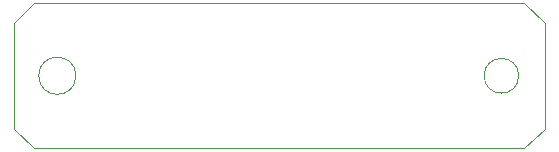
<source format=gbr>
%TF.GenerationSoftware,KiCad,Pcbnew,9.0.0*%
%TF.CreationDate,2025-07-02T21:05:00+02:00*%
%TF.ProjectId,PCK-HALL,50434b2d-4841-44c4-9c2e-6b696361645f,rev?*%
%TF.SameCoordinates,Original*%
%TF.FileFunction,Profile,NP*%
%FSLAX46Y46*%
G04 Gerber Fmt 4.6, Leading zero omitted, Abs format (unit mm)*
G04 Created by KiCad (PCBNEW 9.0.0) date 2025-07-02 21:05:00*
%MOMM*%
%LPD*%
G01*
G04 APERTURE LIST*
%TA.AperFunction,Profile*%
%ADD10C,0.050000*%
%TD*%
G04 APERTURE END LIST*
D10*
X120267679Y-100000000D02*
G75*
G02*
X117332321Y-100000000I-1467679J0D01*
G01*
X117332321Y-100000000D02*
G75*
G02*
X120267679Y-100000000I1467679J0D01*
G01*
X79250000Y-93875000D02*
X120750000Y-93875000D01*
X77500000Y-95500000D02*
X79250000Y-93875000D01*
X120750000Y-106125000D02*
X79250000Y-106125000D01*
X120750000Y-93875000D02*
X122500000Y-95500000D01*
X77500000Y-104500000D02*
X79250000Y-106125000D01*
X77500000Y-104500000D02*
X77500000Y-95500000D01*
X120750000Y-106125000D02*
X122500000Y-104500000D01*
X122500000Y-95500000D02*
X122500000Y-104500000D01*
X82774800Y-100000000D02*
G75*
G02*
X79625200Y-100000000I-1574800J0D01*
G01*
X79625200Y-100000000D02*
G75*
G02*
X82774800Y-100000000I1574800J0D01*
G01*
M02*

</source>
